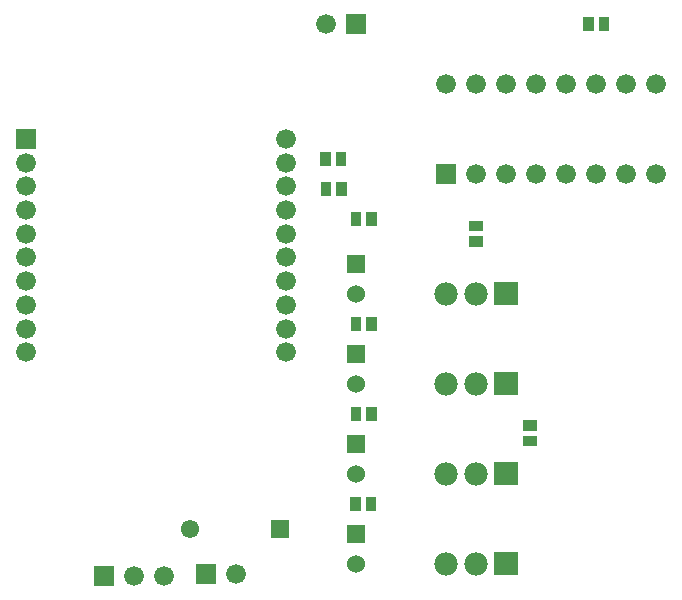
<source format=gbr>
G04 start of page 5 for group -4063 idx -4063 *
G04 Title: (unknown), componentmask *
G04 Creator: pcb 20110918 *
G04 CreationDate: Tue 12 Jun 2012 03:36:23 PM GMT UTC *
G04 For: ed *
G04 Format: Gerber/RS-274X *
G04 PCB-Dimensions: 236000 283000 *
G04 PCB-Coordinate-Origin: lower left *
%MOIN*%
%FSLAX25Y25*%
%LNTOPMASK*%
%ADD49R,0.0355X0.0355*%
%ADD48C,0.0780*%
%ADD47C,0.0610*%
%ADD46C,0.0600*%
%ADD45C,0.0001*%
%ADD44C,0.0660*%
G54D44*X96600Y154600D03*
Y146700D03*
Y138800D03*
Y130900D03*
Y123000D03*
Y115100D03*
Y107200D03*
G54D45*G36*
X116700Y196300D02*Y189700D01*
X123300D01*
Y196300D01*
X116700D01*
G37*
G54D44*X110000Y193000D03*
G54D46*X120000Y73000D03*
G54D45*G36*
X117000Y56000D02*Y50000D01*
X123000D01*
Y56000D01*
X117000D01*
G37*
G54D44*X10000Y130900D03*
Y123000D03*
Y115100D03*
Y107200D03*
G54D45*G36*
X6700Y157900D02*Y151300D01*
X13300D01*
Y157900D01*
X6700D01*
G37*
G54D44*X10000Y146700D03*
Y138800D03*
Y99300D03*
Y91400D03*
Y83500D03*
G54D45*G36*
X91450Y27550D02*Y21450D01*
X97550D01*
Y27550D01*
X91450D01*
G37*
G54D47*X64500Y24500D03*
G54D45*G36*
X117000Y26000D02*Y20000D01*
X123000D01*
Y26000D01*
X117000D01*
G37*
G36*
X66700Y12800D02*Y6200D01*
X73300D01*
Y12800D01*
X66700D01*
G37*
G54D44*X80000Y9500D03*
G54D46*X120000Y13000D03*
G54D45*G36*
X32700Y12300D02*Y5700D01*
X39300D01*
Y12300D01*
X32700D01*
G37*
G54D44*X46000Y9000D03*
X56000D03*
X96600Y99300D03*
G54D45*G36*
X166100Y106900D02*Y99100D01*
X173900D01*
Y106900D01*
X166100D01*
G37*
G54D48*X160000Y103000D03*
X150000D03*
G54D45*G36*
X117000Y116000D02*Y110000D01*
X123000D01*
Y116000D01*
X117000D01*
G37*
G54D46*X120000Y103000D03*
G54D44*X96600Y91400D03*
Y83500D03*
G54D45*G36*
X117000Y86000D02*Y80000D01*
X123000D01*
Y86000D01*
X117000D01*
G37*
G36*
X166100Y76900D02*Y69100D01*
X173900D01*
Y76900D01*
X166100D01*
G37*
G54D48*X160000Y73000D03*
X150000D03*
G54D45*G36*
X146700Y146300D02*Y139700D01*
X153300D01*
Y146300D01*
X146700D01*
G37*
G54D44*X160000Y143000D03*
X170000D03*
X180000D03*
X190000D03*
Y173000D03*
X180000D03*
X170000D03*
X160000D03*
X150000D03*
X200000Y143000D03*
X210000D03*
X220000D03*
Y173000D03*
X210000D03*
X200000D03*
G54D45*G36*
X166100Y16900D02*Y9100D01*
X173900D01*
Y16900D01*
X166100D01*
G37*
G54D48*X160000Y13000D03*
X150000D03*
G54D45*G36*
X166100Y46900D02*Y39100D01*
X173900D01*
Y46900D01*
X166100D01*
G37*
G54D48*X160000Y43000D03*
X150000D03*
G54D46*X120000D03*
G54D49*X110000Y138492D02*Y137508D01*
X115118Y138492D02*Y137508D01*
X120000Y93492D02*Y92508D01*
X109882Y148492D02*Y147508D01*
X115000Y148492D02*Y147508D01*
X120000Y128492D02*Y127508D01*
X119882Y33492D02*Y32508D01*
X125000Y33492D02*Y32508D01*
X125118Y93492D02*Y92508D01*
X120000Y63492D02*Y62508D01*
X125118Y63492D02*Y62508D01*
X197441Y193492D02*Y192508D01*
X202559Y193492D02*Y192508D01*
X177508Y59000D02*X178492D01*
X177508Y53882D02*X178492D01*
X159508Y125559D02*X160492D01*
X125118Y128492D02*Y127508D01*
X159508Y120441D02*X160492D01*
M02*

</source>
